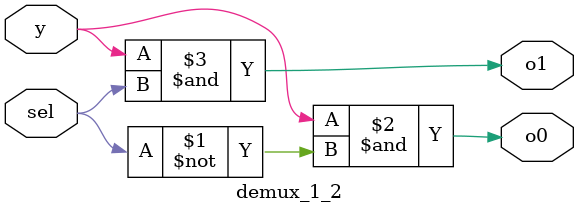
<source format=v>

module demux_1_2 (
input y, sel,
output o0, o1);

//sel->0 ; y->o0;
//sel->1 ; y->o1; 
assign o0 = y & (~sel);
assign o1 = y & sel;
endmodule

</source>
